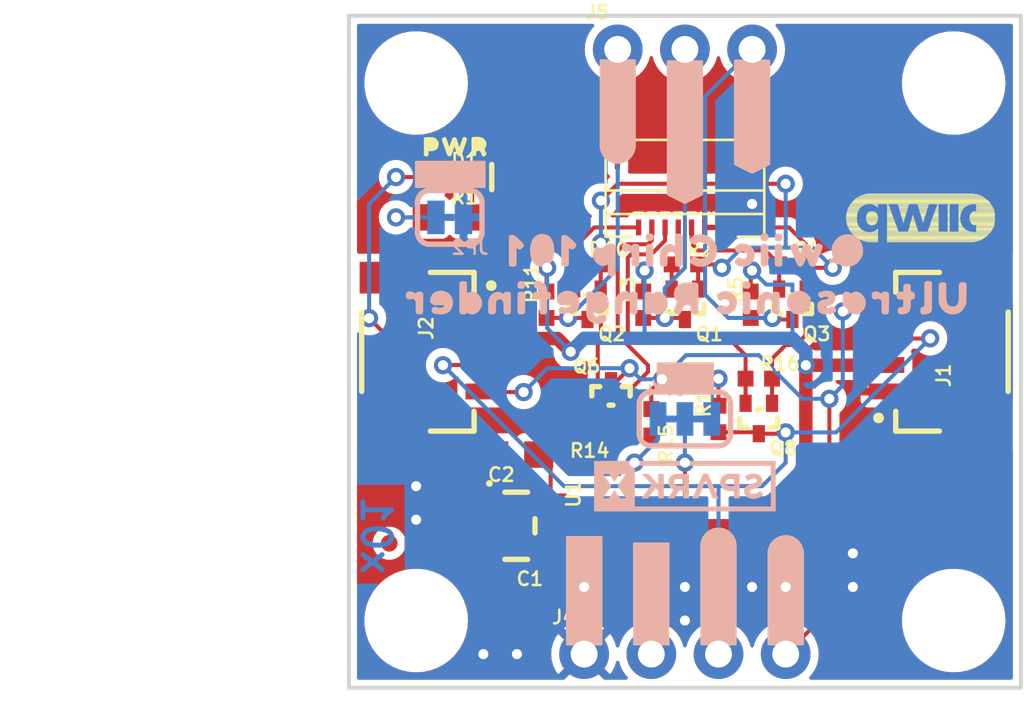
<source format=kicad_pcb>
(kicad_pcb (version 20211014) (generator pcbnew)
  (layers (0 "F.Cu" signal) (31 "B.Cu" signal) (34 "B.Paste" user) (35 "F.Paste" user) (36 "B.SilkS" user "B.Silkscreen") (37 "F.SilkS" user "F.Silkscreen") (38 "B.Mask" user) (39 "F.Mask" user) (44 "Edge.Cuts" user))
  (net 0 "")
  (net 1 "SDA_LO")
  (net 2 "SCL_LO")
  (net 3 "1.8V")
  (net 4 "VIN")
  (net 5 "N$2")
  (net 6 "N$3")
  (net 7 "GND")
  (net 8 "N$1")
  (net 9 "N$4")
  (net 10 "SCL_HI")
  (net 11 "SDA_HI")
  (net 12 "RST_LO")
  (net 13 "PROG_LO")
  (net 14 "INT_LO")
  (net 15 "INT_HI")
  (net 16 "PROG_HI")
  (net 17 "RST_HI")
  (footprint "eagleBoard:0603" (layer "F.Cu") (at 142.0749 114.3508)
    (fp_text reference "C1" (at 0 -0.762) (layer "F.SilkS") (effects (font (size 0.512064 0.512064) (thickness 0.097536)) (justify left)))
    (fp_text value "1.0uF")
    (pad "1" smd rect (at -0.85 0) (size 1.1 1) (layers "F.Cu" "F.Paste" "F.Mask") (net 4 "VIN"))
    (pad "2" smd rect (at 0.85 0) (size 1.1 1) (layers "F.Cu" "F.Paste" "F.Mask") (net 7 "GND"))
  )
  (footprint "eagleBoard:FPC_MOLEX5034800800" (layer "F.Cu") (at 148.5011 98.6536 180)
    (fp_text reference "U$1" hide)
    (fp_text value "MOD-CH101_CONNECTOR" hide)
    (pad "1" smd rect (at -1.75 -1.65 180) (size 0.2 0.6) (layers "F.Cu" "F.Paste" "F.Mask") (net 3 "1.8V"))
    (pad "2" smd rect (at -1.25 -1.65 180) (size 0.2 0.6) (layers "F.Cu" "F.Paste" "F.Mask") (net 7 "GND"))
    (pad "3" smd rect (at -0.75 -1.65 180) (size 0.2 0.6) (layers "F.Cu" "F.Paste" "F.Mask") (net 7 "GND"))
    (pad "4" smd rect (at -0.25 -1.65 180) (size 0.2 0.6) (layers "F.Cu" "F.Paste" "F.Mask") (net 12 "RST_LO"))
    (pad "5" smd rect (at 0.25 -1.65 180) (size 0.2 0.6) (layers "F.Cu" "F.Paste" "F.Mask") (net 13 "PROG_LO"))
    (pad "6" smd rect (at 0.75 -1.65 180) (size 0.2 0.6) (layers "F.Cu" "F.Paste" "F.Mask") (net 1 "SDA_LO"))
    (pad "7" smd rect (at 1.25 -1.65 180) (size 0.2 0.6) (layers "F.Cu" "F.Paste" "F.Mask") (net 2 "SCL_LO"))
    (pad "8" smd rect (at 1.75 -1.65 180) (size 0.2 0.6) (layers "F.Cu" "F.Paste" "F.Mask") (net 14 "INT_LO"))
    (pad "MNT1" smd rect (at -2.55 1 180) (size 0.2 0.9) (layers "F.Cu" "F.Paste" "F.Mask"))
    (pad "MNT2" smd rect (at 2.55 1 180) (size 0.2 0.9) (layers "F.Cu" "F.Paste" "F.Mask"))
  )
  (footprint "eagleBoard:SOT-416FL" (layer "F.Cu") (at 145.7071 106.1466)
    (fp_text reference "Q6" (at -1.5 -0.6) (layer "F.SilkS") (effects (font (size 0.512064 0.512064) (thickness 0.097536)) (justify left)))
    (fp_text value "20V/0.2A/8MHz/1.2Ω/1Vth")
    (pad "1" smd rect (at -0.5 1.1) (size 0.46 0.65) (layers "F.Cu" "F.Paste" "F.Mask") (net 3 "1.8V"))
    (pad "2" smd rect (at 0.5 1.1) (size 0.46 0.65) (layers "F.Cu" "F.Paste" "F.Mask") (net 2 "SCL_LO"))
    (pad "3" smd rect (at 0 -0.05) (size 0.46 0.65) (layers "F.Cu" "F.Paste" "F.Mask") (net 10 "SCL_HI"))
  )
  (footprint "eagleBoard:JST04_1MM_RA" (layer "F.Cu") (at 140.8811 105.0036 -90)
    (fp_text reference "J2" (at -1.397 2.159 90) (layer "F.SilkS") (effects (font (size 0.512064 0.512064) (thickness 0.097536)) (justify right)))
    (fp_text value "QWIIC_RIGHT_ANGLE")
    (pad "1" smd rect (at -1.5 0 270) (size 0.6 1.35) (layers "F.Cu" "F.Paste" "F.Mask") (net 7 "GND"))
    (pad "2" smd rect (at -0.5 0 270) (size 0.6 1.35) (layers "F.Cu" "F.Paste" "F.Mask") (net 4 "VIN"))
    (pad "3" smd rect (at 0.5 0 270) (size 0.6 1.35) (layers "F.Cu" "F.Paste" "F.Mask") (net 11 "SDA_HI"))
    (pad "4" smd rect (at 1.5 0 270) (size 0.6 1.35) (layers "F.Cu" "F.Paste" "F.Mask") (net 10 "SCL_HI"))
    (pad "NC1" smd rect (at 2.8 3.675 270) (size 1.2 2) (layers "F.Cu" "F.Paste" "F.Mask"))
    (pad "NC2" smd rect (at -2.8 3.675 270) (size 1.2 2) (layers "F.Cu" "F.Paste" "F.Mask"))
  )
  (footprint "eagleBoard:0603" (layer "F.Cu") (at 139.6111 99.9236)
    (fp_text reference "R1" (at 0 -0.762) (layer "F.SilkS") (effects (font (size 0.512064 0.512064) (thickness 0.097536)) (justify left)))
    (fp_text value "1k")
    (pad "1" smd rect (at -0.85 0) (size 1.1 1) (layers "F.Cu" "F.Paste" "F.Mask") (net 9 "N$4"))
    (pad "2" smd rect (at 0.85 0) (size 1.1 1) (layers "F.Cu" "F.Paste" "F.Mask") (net 8 "N$1"))
  )
  (footprint "eagleBoard:0402-TIGHT" (layer "F.Cu") (at 152.5651 101.7016)
    (fp_text reference "R4" (at 0 -0.562) (layer "F.SilkS") (effects (font (size 0.512064 0.512064) (thickness 0.097536)) (justify left)))
    (fp_text value "2.2k")
    (pad "1" smd rect (at -0.5 0) (size 0.6 0.6) (layers "F.Cu" "F.Paste" "F.Mask") (net 12 "RST_LO"))
    (pad "2" smd rect (at 0.5 0) (size 0.6 0.6) (layers "F.Cu" "F.Paste" "F.Mask") (net 3 "1.8V"))
  )
  (footprint "eagleBoard:0402-TIGHT" (layer "F.Cu") (at 148.5011 101.7016)
    (fp_text reference "R2" (at 0 -0.562) (layer "F.SilkS") (effects (font (size 0.512064 0.512064) (thickness 0.097536)) (justify left)))
    (fp_text value "2.2k")
    (pad "1" smd rect (at -0.5 0) (size 0.6 0.6) (layers "F.Cu" "F.Paste" "F.Mask") (net 13 "PROG_LO"))
    (pad "2" smd rect (at 0.5 0) (size 0.6 0.6) (layers "F.Cu" "F.Paste" "F.Mask") (net 3 "1.8V"))
  )
  (footprint "eagleBoard:SOT-416FL" (layer "F.Cu") (at 148.5011 103.7336 180)
    (fp_text reference "Q1" (at -1.5 -0.6) (layer "F.SilkS") (effects (font (size 0.512064 0.512064) (thickness 0.097536)) (justify right)))
    (fp_text value "20V/0.2A/8MHz/1.2Ω/1Vth")
    (pad "1" smd rect (at -0.5 1.1 180) (size 0.46 0.65) (layers "F.Cu" "F.Paste" "F.Mask") (net 3 "1.8V"))
    (pad "2" smd rect (at 0.5 1.1 180) (size 0.46 0.65) (layers "F.Cu" "F.Paste" "F.Mask") (net 13 "PROG_LO"))
    (pad "3" smd rect (at 0 -0.05 180) (size 0.46 0.65) (layers "F.Cu" "F.Paste" "F.Mask") (net 16 "PROG_HI"))
  )
  (footprint "eagleBoard:#_GND#0" (layer "F.Cu") (at 144.6911 116.4336 90)
    (fp_text reference "U$4" hide)
    (fp_text value "" hide)
  )
  (footprint "eagleBoard:0402-TIGHT" (layer "F.Cu") (at 145.7071 108.1786 180)
    (fp_text reference "R14" (at 0 -0.562) (layer "F.SilkS") (effects (font (size 0.512064 0.512064) (thickness 0.097536)) (justify right)))
    (fp_text value "2.2k")
    (pad "1" smd rect (at -0.5 0 180) (size 0.6 0.6) (layers "F.Cu" "F.Paste" "F.Mask") (net 2 "SCL_LO"))
    (pad "2" smd rect (at 0.5 0 180) (size 0.6 0.6) (layers "F.Cu" "F.Paste" "F.Mask") (net 3 "1.8V"))
  )
  (footprint "eagleBoard:0402-TIGHT" (layer "F.Cu") (at 143.2687 103.2256 90)
    (fp_text reference "R11" (at 0 -0.562 90) (layer "F.SilkS") (effects (font (size 0.512064 0.512064) (thickness 0.097536)) (justify left)))
    (fp_text value "2.2k")
    (pad "1" smd rect (at -0.5 0 90) (size 0.6 0.6) (layers "F.Cu" "F.Paste" "F.Mask") (net 15 "INT_HI"))
    (pad "2" smd rect (at 0.5 0 90) (size 0.6 0.6) (layers "F.Cu" "F.Paste" "F.Mask") (net 4 "VIN"))
  )
  (footprint "eagleBoard:SOT-416FL" (layer "F.Cu") (at 152.5651 103.7336 180)
    (fp_text reference "Q3" (at -1.5 -0.6) (layer "F.SilkS") (effects (font (size 0.512064 0.512064) (thickness 0.097536)) (justify right)))
    (fp_text value "20V/0.2A/8MHz/1.2Ω/1Vth")
    (pad "1" smd rect (at -0.5 1.1 180) (size 0.46 0.65) (layers "F.Cu" "F.Paste" "F.Mask") (net 3 "1.8V"))
    (pad "2" smd rect (at 0.5 1.1 180) (size 0.46 0.65) (layers "F.Cu" "F.Paste" "F.Mask") (net 12 "RST_LO"))
    (pad "3" smd rect (at 0 -0.05 180) (size 0.46 0.65) (layers "F.Cu" "F.Paste" "F.Mask") (net 17 "RST_HI"))
  )
  (footprint "eagleBoard:#_3V3#1" (layer "F.Cu") (at 147.2311 116.4336 90)
    (fp_text reference "U$3" hide)
    (fp_text value "" hide)
  )
  (footprint "eagleBoard:0603" (layer "F.Cu") (at 142.1257 108.8898 180)
    (fp_text reference "C2" (at 0 -0.762) (layer "F.SilkS") (effects (font (size 0.512064 0.512064) (thickness 0.097536)) (justify right)))
    (fp_text value "1.0uF")
    (pad "1" smd rect (at -0.85 0 180) (size 1.1 1) (layers "F.Cu" "F.Paste" "F.Mask") (net 3 "1.8V"))
    (pad "2" smd rect (at 0.85 0 180) (size 1.1 1) (layers "F.Cu" "F.Paste" "F.Mask") (net 7 "GND"))
  )
  (footprint "eagleBoard:DUMMY" (layer "F.Cu") (at 135.8011 117.7036)
    (fp_text reference "FRAME1" hide)
    (fp_text value "FRAME-LETTERNO_PACKAGE" hide)
  )
  (footprint "eagleBoard:SOT-416FL" (layer "F.Cu") (at 144.8181 103.7336 180)
    (fp_text reference "Q2" (at -1.5 -0.6) (layer "F.SilkS") (effects (font (size 0.512064 0.512064) (thickness 0.097536)) (justify right)))
    (fp_text value "20V/0.2A/8MHz/1.2Ω/1Vth")
    (pad "1" smd rect (at -0.5 1.1 180) (size 0.46 0.65) (layers "F.Cu" "F.Paste" "F.Mask") (net 3 "1.8V"))
    (pad "2" smd rect (at 0.5 1.1 180) (size 0.46 0.65) (layers "F.Cu" "F.Paste" "F.Mask") (net 14 "INT_LO"))
    (pad "3" smd rect (at 0 -0.05 180) (size 0.46 0.65) (layers "F.Cu" "F.Paste" "F.Mask") (net 15 "INT_HI"))
  )
  (footprint "eagleBoard:SOT-416FL" (layer "F.Cu") (at 151.2951 108.0516 180)
    (fp_text reference "Q8" (at -1.5 -0.6) (layer "F.SilkS") (effects (font (size 0.512064 0.512064) (thickness 0.097536)) (justify right)))
    (fp_text value "20V/0.2A/8MHz/1.2Ω/1Vth")
    (pad "1" smd rect (at -0.5 1.1 180) (size 0.46 0.65) (layers "F.Cu" "F.Paste" "F.Mask") (net 3 "1.8V"))
    (pad "2" smd rect (at 0.5 1.1 180) (size 0.46 0.65) (layers "F.Cu" "F.Paste" "F.Mask") (net 1 "SDA_LO"))
    (pad "3" smd rect (at 0 -0.05 180) (size 0.46 0.65) (layers "F.Cu" "F.Paste" "F.Mask") (net 11 "SDA_HI"))
  )
  (footprint "eagleBoard:#_SDA#2" (layer "F.Cu") (at 149.7711 116.4336 90)
    (fp_text reference "U$5" hide)
    (fp_text value "" hide)
  )
  (footprint "eagleBoard:0402-TIGHT" (layer "F.Cu") (at 149.7711 107.5436 90)
    (fp_text reference "R17" (at 0 -0.562 90) (layer "F.SilkS") (effects (font (size 0.512064 0.512064) (thickness 0.097536)) (justify left)))
    (fp_text value "2.2k")
    (pad "1" smd rect (at -0.5 0 90) (size 0.6 0.6) (layers "F.Cu" "F.Paste" "F.Mask") (net 11 "SDA_HI"))
    (pad "2" smd rect (at 0.5 0 90) (size 0.6 0.6) (layers "F.Cu" "F.Paste" "F.Mask") (net 6 "N$3"))
  )
  (footprint "eagleBoard:FIDUCIAL-MICRO" (layer "F.Cu") (at 159.6771 97.7646)
    (fp_text reference "FD2" hide)
    (fp_text value "FIDUCIALUFIDUCIAL" hide)
    (pad "1" smd roundrect (at 0 0) (size 0.635 0.635) (layers "F.Cu" "F.Mask") (roundrect_rratio 0.5))
  )
  (footprint "eagleBoard:QWIIC_COPYRIGHT_SMALL" (layer "F.Cu") (at 157.3911 99.9236)
    (fp_text reference "U$19" hide)
    (fp_text value "" hide)
  )
  (footprint "eagleBoard:FIDUCIAL-MICRO" (layer "F.Cu") (at 137.3251 112.2426)
    (fp_text reference "FD1" hide)
    (fp_text value "FIDUCIALUFIDUCIAL" hide)
    (pad "1" smd roundrect (at 0 0) (size 0.635 0.635) (layers "F.Cu" "F.Mask") (roundrect_rratio 0.5))
  )
  (footprint "eagleBoard:LED-0603" (layer "F.Cu") (at 139.6111 98.3996)
    (fp_text reference "D1" (at 0 -0.635) (layer "F.SilkS") (effects (font (size 0.512064 0.512064) (thickness 0.097536)) (justify left)))
    (fp_text value "RED")
    (pad "A" smd roundrect (at -0.877 0 270) (size 1 1) (layers "F.Cu" "F.Paste" "F.Mask") (roundrect_rratio 0.15) (net 4 "VIN"))
    (pad "C" smd roundrect (at 0.877 0 270) (size 1 1) (layers "F.Cu" "F.Paste" "F.Mask") (roundrect_rratio 0.15) (net 8 "N$1"))
  )
  (footprint "eagleBoard:0402-TIGHT" (layer "F.Cu") (at 150.9903 103.2256 90)
    (fp_text reference "R5" (at 0 -0.562 90) (layer "F.SilkS") (effects (font (size 0.512064 0.512064) (thickness 0.097536)) (justify left)))
    (fp_text value "2.2k")
    (pad "1" smd rect (at -0.5 0 90) (size 0.6 0.6) (layers "F.Cu" "F.Paste" "F.Mask") (net 17 "RST_HI"))
    (pad "2" smd rect (at 0.5 0 90) (size 0.6 0.6) (layers "F.Cu" "F.Paste" "F.Mask") (net 4 "VIN"))
  )
  (footprint "eagleBoard:PWR0" (layer "F.Cu") (at 138.0871 97.2566)
    (fp_text reference "U$20" hide)
    (fp_text value "" hide)
  )
  (footprint "eagleBoard:QWIIC_BOARD_MOUNT_HOLES" (layer "F.Cu") (at 148.5011 105.0036)
    (fp_text reference "U$2" hide)
    (fp_text value "QWIIC_BOARD_OUTLINEH" hide)
    (pad "" np_thru_hole circle (at 10.16 10.16) (size 3.302 3.302) (drill 3.302) (layers *.Cu *.Mask))
    (pad "" np_thru_hole circle (at -10.16 10.16) (size 3.302 3.302) (drill 3.302) (layers *.Cu *.Mask))
    (pad "" np_thru_hole circle (at -10.16 -10.16) (size 3.302 3.302) (drill 3.302) (layers *.Cu *.Mask))
    (pad "" np_thru_hole circle (at 10.16 -10.16) (size 3.302 3.302) (drill 3.302) (layers *.Cu *.Mask))
  )
  (footprint "eagleBoard:#_SCL#3" (layer "F.Cu") (at 152.3111 116.4336 90)
    (fp_text reference "U$6" hide)
    (fp_text value "" hide)
  )
  (footprint "eagleBoard:0402-TIGHT" (layer "F.Cu") (at 147.2311 107.6706 -90)
    (fp_text reference "R15" (at 0 -0.562 90) (layer "F.SilkS") (effects (font (size 0.512064 0.512064) (thickness 0.097536)) (justify right)))
    (fp_text value "2.2k")
    (pad "1" smd rect (at -0.5 0 270) (size 0.6 0.6) (layers "F.Cu" "F.Paste" "F.Mask") (net 10 "SCL_HI"))
    (pad "2" smd rect (at 0.5 0 270) (size 0.6 0.6) (layers "F.Cu" "F.Paste" "F.Mask") (net 5 "N$2"))
  )
  (footprint "eagleBoard:1X04_NO_SILK" (layer "F.Cu") (at 144.6911 116.4336)
    (fp_text reference "J4" (at -1.27 -1.397) (layer "F.SilkS") (effects (font (size 0.512064 0.512064) (thickness 0.097536)) (justify left)))
    (fp_text value "")
    (pad "1" thru_hole circle (at 0 0 90) (size 1.8796 1.8796) (drill 1.016) (layers *.Cu *.Mask) (net 7 "GND"))
    (pad "2" thru_hole circle (at 2.54 0 90) (size 1.8796 1.8796) (drill 1.016) (layers *.Cu *.Mask) (net 4 "VIN"))
    (pad "3" thru_hole circle (at 5.08 0 90) (size 1.8796 1.8796) (drill 1.016) (layers *.Cu *.Mask) (net 11 "SDA_HI"))
    (pad "4" thru_hole circle (at 7.62 0 90) (size 1.8796 1.8796) (drill 1.016) (layers *.Cu *.Mask) (net 10 "SCL_HI"))
  )
  (footprint "eagleBoard:0402-TIGHT" (layer "F.Cu") (at 144.8181 101.7016)
    (fp_text reference "R10" (at 0 -0.562) (layer "F.SilkS") (effects (font (size 0.512064 0.512064) (thickness 0.097536)) (justify left)))
    (fp_text value "2.2k")
    (pad "1" smd rect (at -0.5 0) (size 0.6 0.6) (layers "F.Cu" "F.Paste" "F.Mask") (net 14 "INT_LO"))
    (pad "2" smd rect (at 0.5 0) (size 0.6 0.6) (layers "F.Cu" "F.Paste" "F.Mask") (net 3 "1.8V"))
  )
  (footprint "eagleBoard:SOT23-5" (layer "F.Cu") (at 142.1257 111.5822 -90)
    (fp_text reference "U1" (at -1.778 -2.159 90) (layer "F.SilkS") (effects (font (size 0.512064 0.512064) (thickness 0.097536)) (justify right)))
    (fp_text value "AP2127K-1.8V")
    (pad "1" smd rect (at -0.95 1.3001 270) (size 0.55 1.2) (layers "F.Cu" "F.Paste" "F.Mask") (net 4 "VIN"))
    (pad "2" smd rect (at 0 1.3001 270) (size 0.55 1.2) (layers "F.Cu" "F.Paste" "F.Mask") (net 7 "GND"))
    (pad "3" smd rect (at 0.95 1.3001 270) (size 0.55 1.2) (layers "F.Cu" "F.Paste" "F.Mask") (net 4 "VIN"))
    (pad "4" smd rect (at 0.95 -1.3001 270) (size 0.55 1.2) (layers "F.Cu" "F.Paste" "F.Mask"))
    (pad "5" smd rect (at -0.95 -1.3001 270) (size 0.55 1.2) (layers "F.Cu" "F.Paste" "F.Mask") (net 3 "1.8V"))
  )
  (footprint "eagleBoard:0402-TIGHT" (layer "F.Cu") (at 151.2951 106.0196)
    (fp_text reference "R16" (at 0 -0.562) (layer "F.SilkS") (effects (font (size 0.512064 0.512064) (thickness 0.097536)) (justify left)))
    (fp_text value "2.2k")
    (pad "1" smd rect (at -0.5 0) (size 0.6 0.6) (layers "F.Cu" "F.Paste" "F.Mask") (net 1 "SDA_LO"))
    (pad "2" smd rect (at 0.5 0) (size 0.6 0.6) (layers "F.Cu" "F.Paste" "F.Mask") (net 3 "1.8V"))
  )
  (footprint "eagleBoard:1X03_NO_SILK" (layer "F.Cu") (at 145.9611 93.5736)
    (fp_text reference "J5" (at -1.27 -1.397) (layer "F.SilkS") (effects (font (size 0.512064 0.512064) (thickness 0.097536)) (justify left)))
    (fp_text value "")
    (pad "1" thru_hole circle (at 0 0 90) (size 1.8796 1.8796) (drill 1.016) (layers *.Cu *.Mask) (net 15 "INT_HI"))
    (pad "2" thru_hole circle (at 2.54 0 90) (size 1.8796 1.8796) (drill 1.016) (layers *.Cu *.Mask) (net 16 "PROG_HI"))
    (pad "3" thru_hole circle (at 5.08 0 90) (size 1.8796 1.8796) (drill 1.016) (layers *.Cu *.Mask) (net 17 "RST_HI"))
  )
  (footprint "eagleBoard:0402-TIGHT" (layer "F.Cu") (at 146.9263 103.2256 90)
    (fp_text reference "R3" (at 0 -0.562 90) (layer "F.SilkS") (effects (font (size 0.512064 0.512064) (thickness 0.097536)) (justify left)))
    (fp_text value "2.2k")
    (pad "1" smd rect (at -0.5 0 90) (size 0.6 0.6) (layers "F.Cu" "F.Paste" "F.Mask") (net 16 "PROG_HI"))
    (pad "2" smd rect (at 0.5 0 90) (size 0.6 0.6) (layers "F.Cu" "F.Paste" "F.Mask") (net 4 "VIN"))
  )
  (footprint "eagleBoard:JST04_1MM_RA" (layer "F.Cu") (at 156.1211 105.0036 90)
    (fp_text reference "J1" (at -1.397 2.159 90) (layer "F.SilkS") (effects (font (size 0.512064 0.512064) (thickness 0.097536)) (justify left)))
    (fp_text value "QWIIC_RIGHT_ANGLE")
    (pad "1" smd rect (at -1.5 0 90) (size 0.6 1.35) (layers "F.Cu" "F.Paste" "F.Mask") (net 7 "GND"))
    (pad "2" smd rect (at -0.5 0 90) (size 0.6 1.35) (layers "F.Cu" "F.Paste" "F.Mask") (net 4 "VIN"))
    (pad "3" smd rect (at 0.5 0 90) (size 0.6 1.35) (layers "F.Cu" "F.Paste" "F.Mask") (net 11 "SDA_HI"))
    (pad "4" smd rect (at 1.5 0 90) (size 0.6 1.35) (layers "F.Cu" "F.Paste" "F.Mask") (net 10 "SCL_HI"))
    (pad "NC1" smd rect (at 2.8 3.675 90) (size 1.2 2) (layers "F.Cu" "F.Paste" "F.Mask"))
    (pad "NC2" smd rect (at -2.8 3.675 90) (size 1.2 2) (layers "F.Cu" "F.Paste" "F.Mask"))
  )
  (footprint "eagleBoard:SPARKX-SMALL" (layer "B.Cu") (at 148.5011 110.0836 180)
    (fp_text reference "U$18" hide)
    (fp_text value "" hide)
  )
  (footprint "eagleBoard:#_SCL#3" (layer "B.Cu") (at 152.3111 116.4336 90)
    (fp_text reference "U$11" hide)
    (fp_text value "" hide)
  )
  (footprint "eagleBoard:QWIIC_CHIRP_1017" (layer "B.Cu") (at 156.1211 101.1936 180)
    (fp_text reference "U$7" hide)
    (fp_text value "" hide)
  )
  (footprint "eagleBoard:#_GND#0" (layer "B.Cu") (at 144.6911 116.4336 90)
    (fp_text reference "U$14" hide)
    (fp_text value "" hide)
  )
  (footprint "eagleBoard:ULTRASONIC_RANGEFINDER8" (layer "B.Cu") (at 160.0581 102.997 180)
    (fp_text reference "U$8" hide)
    (fp_text value "" hide)
  )
  (footprint "eagleBoard:#LED#1018" (layer "B.Cu") (at 141.2113 98.298 180)
    (fp_text reference "U$10" hide)
    (fp_text value "" hide)
  )
  (footprint "eagleBoard:#_3V3#1" (layer "B.Cu") (at 147.2311 116.4336 90)
    (fp_text reference "U$13" hide)
    (fp_text value "" hide)
  )
  (footprint "eagleBoard:SMT-JUMPER_2_NC_TRACE_SILK" (layer "B.Cu") (at 139.6111 99.9236)
    (fp_text reference "JP2" (at 0 1.143) (layer "B.SilkS") (effects (font (size 0.512064 0.512064) (thickness 0.097536)) (justify right mirror)))
    (fp_text value "")
    (fp_poly (pts (xy 0.1905 -0.13335) (xy -0.70485 -0.13335) (xy -0.70485 0.13335) (xy 0.1905 0.13335)) (layer "B.Cu") (width 0) (fill solid))
    (pad "1" smd rect (at -0.5207 0) (size 0.6604 1.27) (layers "B.Cu" "B.Mask") (net 9 "N$4"))
    (pad "2" smd rect (at 0.5207 0) (size 0.6604 1.27) (layers "B.Cu" "B.Mask") (net 7 "GND"))
  )
  (footprint "eagleBoard:#PROG_#5" (layer "B.Cu") (at 148.5011 99.4156 90)
    (fp_text reference "U$17" hide)
    (fp_text value "" hide)
  )
  (footprint "eagleBoard:#_SDA#2" (layer "B.Cu") (at 149.7711 116.4336 90)
    (fp_text reference "U$12" hide)
    (fp_text value "" hide)
  )
  (footprint "eagleBoard:#I�C#1019" (layer "B.Cu") (at 149.8473 105.918 180)
    (fp_text reference "U$9" hide)
    (fp_text value "" hide)
  )
  (footprint "eagleBoard:##INT_##0" (layer "B.Cu") (at 145.9611 97.8916 90)
    (fp_text reference "U$15" hide)
    (fp_text value "" hide)
  )
  (footprint "eagleBoard:##RST_##1" (layer "B.Cu") (at 151.0411 98.2726 90)
    (fp_text reference "U$16" hide)
    (fp_text value "" hide)
  )
  (footprint "eagleBoard:SMT-JUMPER_3_2-NC_TRACE_SILK" (layer "B.Cu") (at 148.5011 107.5436 180)
    (fp_text reference "JP4" (at 0 1.143) (layer "B.SilkS") (effects (font (size 0.512064 0.512064) (thickness 0.097536)) (justify left mirror)))
    (fp_text value "I2C PU")
    (fp_poly (pts (xy 0.3048 -0.127) (xy 0.7112 -0.127) (xy 0.7112 0.127) (xy 0.3048 0.127)) (layer "B.Cu") (width 0) (fill solid))
    (fp_poly (pts (xy -0.7112 -0.127) (xy -0.3048 -0.127) (xy -0.3048 0.127) (xy -0.7112 0.127)) (layer "B.Cu") (width 0) (fill solid))
    (pad "1" smd rect (at -1.016 0 180) (size 0.635 1.27) (layers "B.Cu" "B.Mask") (net 6 "N$3"))
    (pad "2" smd rect (at 0 0 180) (size 0.635 1.27) (layers "B.Cu" "B.Mask") (net 4 "VIN"))
    (pad "3" smd rect (at 1.016 0 180) (size 0.635 1.27) (layers "B.Cu" "B.Mask") (net 5 "N$2"))
  )
  (gr_line (start 135.8011 117.7036) (end 161.2011 117.7036) (layer "Edge.Cuts") (width 0.1524))
  (gr_line (start 135.8011 92.3036) (end 135.8011 117.7036) (layer "Edge.Cuts") (width 0.1524))
  (gr_line (start 161.2011 92.3036) (end 135.8011 92.3036) (layer "Edge.Cuts") (width 0.1524))
  (gr_line (start 161.2011 117.7036) (end 161.2011 92.3036) (layer "Edge.Cuts") (width 0.1524))
  (gr_text "x01" (at 137.4521 110.3376 -90) (layer "B.Cu") (effects (font (size 1.0795 1.0795) (thickness 0.1905)) (justify right top mirror)))
  (segment (start 147.7511 100.3036) (end 147.7511 100.8006) (width 0.1524) (layer "F.Cu") (net 1))
  (segment (start 147.7511 100.8006) (end 147.2311 101.3206) (width 0.1524) (layer "F.Cu") (net 1))
  (segment (start 150.1521 104.4956) (end 150.7951 105.1386) (width 0.1524) (layer "F.Cu") (net 1))
  (segment (start 146.5961 104.4956) (end 150.1521 104.4956) (width 0.1524) (layer "F.Cu") (net 1))
  (segment (start 146.3421 104.2416) (end 146.5961 104.4956) (width 0.1524) (layer "F.Cu") (net 1))
  (segment (start 150.7951 105.1386) (end 150.7951 106.0196) (width 0.1524) (layer "F.Cu") (net 1))
  (segment (start 147.2311 101.3206) (end 146.4691 101.3206) (width 0.1524) (layer "F.Cu") (net 1))
  (segment (start 146.4691 101.3206) (end 146.3421 101.4476) (width 0.1524) (layer "F.Cu") (net 1))
  (segment (start 146.3421 101.4476) (end 146.3421 104.2416) (width 0.1524) (layer "F.Cu") (net 1))
  (segment (start 150.7951 106.9516) (end 150.7951 106.0196) (width 0.1524) (layer "F.Cu") (net 1))
  (segment (start 146.2071 107.2466) (end 146.2071 106.6626) (width 0.1524) (layer "F.Cu") (net 2))
  (segment (start 146.2071 107.2466) (end 146.2071 108.1786) (width 0.1524) (layer "F.Cu") (net 2))
  (segment (start 147.1041 105.5116) (end 145.9611 104.3686) (width 0.1524) (layer "F.Cu") (net 2))
  (segment (start 146.2071 106.6626) (end 147.1041 105.7656) (width 0.1524) (layer "F.Cu") (net 2))
  (segment (start 147.1041 105.7656) (end 147.1041 105.5116) (width 0.1524) (layer "F.Cu") (net 2))
  (segment (start 147.1041 100.9396) (end 146.2151 100.9396) (width 0.1524) (layer "F.Cu") (net 2))
  (segment (start 147.2511 100.3036) (end 147.2511 100.7926) (width 0.1524) (layer "F.Cu") (net 2))
  (segment (start 145.9611 104.3686) (end 145.9611 101.1936) (width 0.1524) (layer "F.Cu") (net 2))
  (segment (start 145.9611 101.1936) (end 146.2151 100.9396) (width 0.1524) (layer "F.Cu") (net 2))
  (segment (start 147.2511 100.7926) (end 147.1041 100.9396) (width 0.1524) (layer "F.Cu") (net 2))
  (segment (start 152.6921 104.7496) (end 152.3111 104.7496) (width 0.1524) (layer "F.Cu") (net 3))
  (segment (start 152.4371 100.3036) (end 153.0731 100.9396) (width 0.1524) (layer "F.Cu") (net 3))
  (segment (start 153.0731 100.9396) (end 153.0731 101.6936) (width 0.1524) (layer "F.Cu") (net 3))
  (segment (start 151.7951 106.9516) (end 151.7951 106.0196) (width 0.1524) (layer "F.Cu") (net 3))
  (segment (start 153.0651 102.6336) (end 153.0651 104.3766) (width 0.1524) (layer "F.Cu") (net 3))
  (segment (start 153.0651 102.6336) (end 153.0651 101.7016) (width 0.1524) (layer "F.Cu") (net 3))
  (segment (start 145.2071 107.2466) (end 145.2071 108.1786) (width 0.1524) (layer "F.Cu") (net 3))
  (segment (start 145.3261 104.6226) (end 145.3261 102.6416) (width 0.1524) (layer "F.Cu") (net 3))
  (segment (start 142.9757 108.8898) (end 143.6869 108.1786) (width 0.1524) (layer "F.Cu") (net 3))
  (segment (start 152.3111 98.6536) (end 145.9611 98.6536) (width 0.1524) (layer "F.Cu") (net 3))
  (segment (start 145.2071 107.2466) (end 145.2071 104.7416) (width 0.1524) (layer "F.Cu") (net 3))
  (segment (start 153.1921 101.8286) (end 153.0651 101.7016) (width 0.1524) (layer "F.Cu") (net 3))
  (segment (start 145.3181 102.6336) (end 145.3181 101.7016) (width 0.1524) (layer "F.Cu") (net 3))
  (segment (start 153.0731 101.6936) (end 153.0651 101.7016) (width 0.1524) (layer "F.Cu") (net 3))
  (segment (start 153.0651 104.3766) (end 152.6921 104.7496) (width 0.1524) (layer "F.Cu") (net 3))
  (segment (start 154.0891 101.8286) (end 153.1921 101.8286) (width 0.1524) (layer "F.Cu") (net 3))
  (segment (start 145.3261 102.6416) (end 145.3181 102.6336) (width 0.1524) (layer "F.Cu") (net 3))
  (segment (start 152.3111 104.7496) (end 151.7951 105.2656) (width 0.1524) (layer "F.Cu") (net 3))
  (segment (start 143.6869 108.1786) (end 145.2071 108.1786) (width 0.1524) (layer "F.Cu") (net 3))
  (segment (start 151.7951 105.2656) (end 151.7951 106.0196) (width 0.1524) (layer "F.Cu") (net 3))
  (segment (start 145.3261 99.2886) (end 145.9611 98.6536) (width 0.1524) (layer "F.Cu") (net 3))
  (segment (start 142.9757 108.8898) (end 143.4258 109.3399) (width 0.1524) (layer "F.Cu") (net 3))
  (segment (start 149.0011 102.6336) (end 149.0011 101.7016) (width 0.1524) (layer "F.Cu") (net 3))
  (segment (start 150.2511 100.3036) (end 152.4371 100.3036) (width 0.1524) (layer "F.Cu") (net 3))
  (segment (start 145.3181 100.8968) (end 145.3261 100.8888) (width 0.1524) (layer "F.Cu") (net 3))
  (segment (start 145.3181 101.7016) (end 145.3181 100.8968) (width 0.1524) (layer "F.Cu") (net 3))
  (segment (start 149.0011 101.7016) (end 149.7711 101.7016) (width 0.1524) (layer "F.Cu") (net 3))
  (segment (start 145.2071 104.7416) (end 145.3261 104.6226) (width 0.1524) (layer "F.Cu") (net 3))
  (segment (start 149.7711 101.7016) (end 149.8981 101.8286) (width 0.1524) (layer "F.Cu") (net 3))
  (segment (start 143.4258 109.3399) (end 143.4258 110.6322) (width 0.1524) (layer "F.Cu") (net 3))
  (via (at 145.3261 99.2886) (size 0.6858) (drill 0.381) (layers "F.Cu" "B.Cu") (net 3))
  (via (at 152.3111 98.6536) (size 0.6858) (drill 0.381) (layers "F.Cu" "B.Cu") (net 3))
  (via (at 154.0891 101.8286) (size 0.6858) (drill 0.381) (layers "F.Cu" "B.Cu") (net 3))
  (via (at 145.3261 100.8888) (size 0.6858) (drill 0.381) (layers "F.Cu" "B.Cu") (net 3))
  (via (at 149.8981 101.8286) (size 0.6858) (drill 0.381) (layers "F.Cu" "B.Cu") (net 3))
  (segment (start 149.8981 101.8286) (end 150.6601 101.0666) (width 0.1524) (layer "B.Cu") (net 3))
  (segment (start 153.3271 101.0666) (end 154.0891 101.8286) (width 0.1524) (layer "B.Cu") (net 3))
  (segment (start 145.3261 100.8888) (end 145.3261 99.2886) (width 0.1524) (layer "B.Cu") (net 3))
  (segment (start 153.3271 101.0666) (end 152.3111 101.0666) (width 0.1524) (layer "B.Cu") (net 3))
  (segment (start 152.3111 98.6536) (end 152.3111 101.0666) (width 0.1524) (layer "B.Cu") (net 3))
  (segment (start 152.3111 101.0666) (end 150.6601 101.0666) (width 0.1524) (layer "B.Cu") (net 3))
  (segment (start 153.0731 111.3536) (end 152.8445 111.5822) (width 0.508) (layer "F.Cu") (net 4))
  (segment (start 147.2311 111.5822) (end 142.1511 111.5822) (width 0.508) (layer "F.Cu") (net 4))
  (segment (start 143.2687 101.854) (end 143.2941 101.8286) (width 0.1524) (layer "F.Cu") (net 4))
  (segment (start 150.9903 101.981) (end 150.9903 102.7256) (width 0.1524) (layer "F.Cu") (net 4))
  (segment (start 153.0731 105.5116) (end 153.0731 111.3536) (width 0.508) (layer "F.Cu") (net 4))
  (segment (start 141.8463 110.617) (end 140.8408 110.617) (width 0.1524) (layer "F.Cu") (net 4))
  (segment (start 153.0731 105.5116) (end 156.1131 105.5116) (width 0.508) (layer "F.Cu") (net 4))
  (segment (start 138.7341 98.3996) (end 137.5791 98.3996) (width 0.1524) (layer "F.Cu") (net 4))
  (segment (start 156.1131 105.5116) (end 156.1211 105.5036) (width 0.508) (layer "F.Cu") (net 4))
  (segment (start 142.1511 111.5822) (end 142.1511 110.9218) (width 0.1524) (layer "F.Cu") (net 4))
  (segment (start 140.8256 112.5322) (end 141.7853 112.5322) (width 0.1524) (layer "F.Cu") (net 4))
  (segment (start 150.9903 101.981) (end 151.0411 101.9302) (width 0.1524) (layer "F.Cu") (net 4))
  (segment (start 148.5011 111.5822) (end 147.2311 111.5822) (width 0.508) (layer "F.Cu") (net 4))
  (segment (start 143.2687 101.854) (end 143.2687 102.7256) (width 0.1524) (layer "F.Cu") (net 4))
  (segment (start 140.8408 110.617) (end 140.8256 110.6322) (width 0.1524) (layer "F.Cu") (net 4))
  (segment (start 143.6831 104.5036) (end 144.1831 105.0036) (width 0.508) (layer "F.Cu") (net 4))
  (segment (start 146.9263 101.981) (end 146.9263 102.7256) (width 0.1524) (layer "F.Cu") (net 4))
  (segment (start 140.8811 104.5036) (end 137.3331 104.5036) (width 0.1524) (layer "F.Cu") (net 4))
  (segment (start 140.8811 104.5036) (end 143.6831 104.5036) (width 0.508) (layer "F.Cu") (net 4))
  (segment (start 152.8445 111.5822) (end 148.5011 111.5822) (width 0.508) (layer "F.Cu") (net 4))
  (segment (start 148.5011 109.1946) (end 148.5011 111.5822) (width 0.1524) (layer "F.Cu") (net 4))
  (segment (start 142.1511 112.1664) (end 142.1511 111.5822) (width 0.1524) (layer "F.Cu") (net 4))
  (segment (start 140.8256 113.9515) (end 141.2249 114.3508) (width 0.1524) (layer "F.Cu") (net 4))
  (segment (start 142.1511 110.9218) (end 141.8463 110.617) (width 0.1524) (layer "F.Cu") (net 4))
  (segment (start 147.2311 116.4336) (end 147.2311 111.5822) (width 0.508) (layer "F.Cu") (net 4))
  (segment (start 141.7853 112.5322) (end 142.1511 112.1664) (width 0.1524) (layer "F.Cu") (net 4))
  (segment (start 140.8256 112.5322) (end 140.8256 113.9515) (width 0.1524) (layer "F.Cu") (net 4))
  (segment (start 137.3331 104.5036) (end 136.5631 103.7336) (width 0.1524) (layer "F.Cu") (net 4))
  (segment (start 147.5511 116.1136) (end 147.2311 116.4336) (width 0.1524) (layer "F.Cu") (net 4))
  (segment (start 146.9263 101.981) (end 146.9771 101.9302) (width 0.1524) (layer "F.Cu") (net 4))
  (via (at 143.2941 101.8286) (size 0.6858) (drill 0.381) (layers "F.Cu" "B.Cu") (net 4))
  (via (at 136.5631 103.7336) (size 0.6858) (drill 0.381) (layers "F.Cu" "B.Cu") (net 4))
  (via (at 151.0411 101.9302) (size 0.6858) (drill 0.381) (layers "F.Cu" "B.Cu") (net 4))
  (via (at 144.1831 105.0036) (size 0.6858) (drill 0.381) (layers "F.Cu" "B.Cu") (net 4))
  (via (at 137.5791 98.3996) (size 0.6858) (drill 0.381) (layers "F.Cu" "B.Cu") (net 4))
  (via (at 148.5011 109.1946) (size 0.6858) (drill 0.381) (layers "F.Cu" "B.Cu") (net 4))
  (via (at 146.9771 101.9302) (size 0.6858) (drill 0.381) (layers "F.Cu" "B.Cu") (net 4))
  (via (at 153.0731 105.5116) (size 0.6858) (drill 0.381) (layers "F.Cu" "B.Cu") (net 4))
  (segment (start 146.9771 104.4956) (end 152.5651 104.4956) (width 0.508) (layer "B.Cu") (net 4))
  (segment (start 151.0411 101.9302) (end 151.5745 102.4636) (width 0.1524) (layer "B.Cu") (net 4))
  (segment (start 143.2941 104.1146) (end 144.1831 105.0036) (width 0.1524) (layer "B.Cu") (net 4))
  (segment (start 136.5631 103.7336) (end 136.5631 99.4156) (width 0.1524) (layer "B.Cu") (net 4))
  (segment (start 152.5651 102.4636) (end 152.5651 104.4956) (width 0.1524) (layer "B.Cu") (net 4))
  (segment (start 146.9771 104.4956) (end 144.6911 104.4956) (width 0.508) (layer "B.Cu") (net 4))
  (segment (start 148.5011 107.5436) (end 148.5011 109.1946) (width 0.1524) (layer "B.Cu") (net 4))
  (segment (start 153.0731 105.0036) (end 152.5651 104.4956) (width 0.508) (layer "B.Cu") (net 4))
  (segment (start 153.0731 105.0036) (end 153.0731 105.5116) (width 0.508) (layer "B.Cu") (net 4))
  (segment (start 136.5631 99.4156) (end 137.5791 98.3996) (width 0.1524) (layer "B.Cu") (net 4))
  (segment (start 151.5745 102.4636) (end 152.5651 102.4636) (width 0.1524) (layer "B.Cu") (net 4))
  (segment (start 144.1831 105.0036) (end 144.6911 104.4956) (width 0.508) (layer "B.Cu") (net 4))
  (segment (start 143.2941 101.8286) (end 143.2941 104.1146) (width 0.1524) (layer "B.Cu") (net 4))
  (segment (start 146.9771 104.4956) (end 146.9771 101.9302) (width 0.1524) (layer "B.Cu") (net 4))
  (segment (start 147.2311 108.1706) (end 147.2311 108.5596) (width 0.1524) (layer "F.Cu") (net 5))
  (segment (start 147.2311 108.5596) (end 146.5961 109.1946) (width 0.1524) (layer "F.Cu") (net 5))
  (via (at 146.5961 109.1946) (size 0.6858) (drill 0.381) (layers "F.Cu" "B.Cu") (net 5))
  (segment (start 146.5961 109.1946) (end 147.4851 108.3056) (width 0.1524) (layer "B.Cu") (net 5))
  (segment (start 147.4851 108.3056) (end 147.4851 107.5436) (width 0.1524) (layer "B.Cu") (net 5))
  (segment (start 149.7711 107.0436) (end 149.7711 106.0196) (width 0.1524) (layer "F.Cu") (net 6))
  (via (at 149.7711 106.0196) (size 0.6858) (drill 0.381) (layers "F.Cu" "B.Cu") (net 6))
  (segment (start 149.5171 106.2736) (end 149.5171 107.5436) (width 0.1524) (layer "B.Cu") (net 6))
  (segment (start 149.7711 106.0196) (end 149.5171 106.2736) (width 0.1524) (layer "B.Cu") (net 6))
  (segment (start 149.7511 99.6896) (end 149.7711 99.6696) (width 0.1524) (layer "F.Cu") (net 7))
  (segment (start 149.2511 100.3036) (end 149.2511 99.6308) (width 0.1524) (layer "F.Cu") (net 7))
  (segment (start 149.7511 100.3036) (end 149.7511 99.6896) (width 0.1524) (layer "F.Cu") (net 7))
  (via (at 138.3411 111.3536) (size 0.6858) (drill 0.381) (layers "F.Cu" "B.Cu") (net 7))
  (via (at 144.6911 113.8936) (size 0.6858) (drill 0.381) (layers "F.Cu" "B.Cu") (net 7))
  (via (at 151.0411 113.8936) (size 0.6858) (drill 0.381) (layers "F.Cu" "B.Cu") (net 7))
  (via (at 140.8811 116.4336) (size 0.6858) (drill 0.381) (layers "F.Cu" "B.Cu") (net 7))
  (via (at 138.3411 110.0836) (size 0.6858) (drill 0.381) (layers "F.Cu" "B.Cu") (net 7))
  (via (at 152.3111 113.8936) (size 0.6858) (drill 0.381) (layers "F.Cu" "B.Cu") (net 7))
  (via (at 142.1511 116.4336) (size 0.6858) (drill 0.381) (layers "F.Cu" "B.Cu") (net 7))
  (via (at 151.0411 99.4156) (size 0.6858) (drill 0.381) (layers "F.Cu" "B.Cu") (net 7))
  (via (at 154.8511 112.6236) (size 0.6858) (drill 0.381) (layers "F.Cu" "B.Cu") (net 7))
  (via (at 148.5011 115.1636) (size 0.6858) (drill 0.381) (layers "F.Cu" "B.Cu") (net 7))
  (via (at 148.5011 113.8936) (size 0.6858) (drill 0.381) (layers "F.Cu" "B.Cu") (net 7))
  (via (at 154.8511 113.8936) (size 0.6858) (drill 0.381) (layers "F.Cu" "B.Cu") (net 7))
  (segment (start 140.4611 99.9236) (end 140.4611 98.4266) (width 0.1524) (layer "F.Cu") (net 8))
  (segment (start 140.4611 98.4266) (end 140.4881 98.3996) (width 0.1524) (layer "F.Cu") (net 8))
  (segment (start 138.7611 99.9236) (end 137.5791 99.9236) (width 0.1524) (layer "F.Cu") (net 9))
  (via (at 137.5791 99.9236) (size 0.6858) (drill 0.381) (layers "F.Cu" "B.Cu") (net 9))
  (segment (start 137.5791 99.9236) (end 139.0904 99.9236) (width 0.1524) (layer "B.Cu") (net 9))
  (segment (start 153.9621 106.7816) (end 153.9621 114.7826) (width 0.1524) (layer "F.Cu") (net 10))
  (segment (start 153.9621 114.7826) (end 152.3111 116.4336) (width 0.1524) (layer "F.Cu") (net 10))
  (segment (start 154.4701 103.4796) (end 156.0971 103.4796) (width 0.1524) (layer "F.Cu") (net 10))
  (segment (start 145.939475 106.0966) (end 146.410175 105.6259) (width 0.1524) (layer "F.Cu") (net 10))
  (segment (start 156.0971 103.4796) (end 156.1211 103.5036) (width 0.1524) (layer "F.Cu") (net 10))
  (segment (start 140.9051 106.5276) (end 140.8811 106.5036) (width 0.1524) (layer "F.Cu") (net 10))
  (segment (start 142.4051 106.5276) (end 140.9051 106.5276) (width 0.1524) (layer "F.Cu") (net 10))
  (segment (start 145.7071 106.0966) (end 145.939475 106.0966) (width 0.1524) (layer "F.Cu") (net 10))
  (segment (start 147.2311 106.446825) (end 147.635212 106.042713) (width 0.1524) (layer "F.Cu") (net 10))
  (segment (start 147.2311 107.1706) (end 147.2311 106.446825) (width 0.1524) (layer "F.Cu") (net 10))
  (via (at 154.4701 103.4796) (size 0.6858) (drill 0.381) (layers "F.Cu" "B.Cu") (net 10))
  (via (at 147.635212 106.042713) (size 0.6858) (drill 0.381) (layers "F.Cu" "B.Cu") (net 10))
  (via (at 146.410175 105.6259) (size 0.6858) (drill 0.381) (layers "F.Cu" "B.Cu") (net 10))
  (via (at 153.9621 106.7816) (size 0.6858) (drill 0.381) (layers "F.Cu" "B.Cu") (net 10))
  (via (at 142.4051 106.5276) (size 0.6858) (drill 0.381) (layers "F.Cu" "B.Cu") (net 10))
  (segment (start 147.635212 106.042713) (end 146.826987 106.042713) (width 0.1524) (layer "B.Cu") (net 10))
  (segment (start 152.9461 106.7816) (end 153.9621 106.7816) (width 0.1524) (layer "B.Cu") (net 10))
  (segment (start 154.4701 103.4796) (end 154.4701 106.2736) (width 0.1524) (layer "B.Cu") (net 10))
  (segment (start 148.547325 105.1306) (end 151.2951 105.1306) (width 0.1524) (layer "B.Cu") (net 10))
  (segment (start 147.635212 106.042713) (end 148.547325 105.1306) (width 0.1524) (layer "B.Cu") (net 10))
  (segment (start 146.826987 106.042713) (end 146.410175 105.6259) (width 0.1524) (layer "B.Cu") (net 10))
  (segment (start 146.410175 105.6259) (end 143.3068 105.6259) (width 0.1524) (layer "B.Cu") (net 10))
  (segment (start 143.3068 105.6259) (end 142.4051 106.5276) (width 0.1524) (layer "B.Cu") (net 10))
  (segment (start 154.4701 106.2736) (end 153.9621 106.7816) (width 0.1524) (layer "B.Cu") (net 10))
  (segment (start 151.2951 105.1306) (end 152.9461 106.7816) (width 0.1524) (layer "B.Cu") (net 10))
  (segment (start 151.2951 108.1016) (end 152.2611 108.1016) (width 0.1524) (layer "F.Cu") (net 11))
  (segment (start 139.3651 105.5036) (end 139.3571 105.5116) (width 0.1524) (layer "F.Cu") (net 11))
  (segment (start 157.7641 104.5036) (end 156.1211 104.5036) (width 0.1524) (layer "F.Cu") (net 11))
  (segment (start 151.2371 108.0436) (end 151.2951 108.1016) (width 0.1524) (layer "F.Cu") (net 11))
  (segment (start 152.2611 108.1016) (end 152.3111 108.0516) (width 0.1524) (layer "F.Cu") (net 11))
  (segment (start 157.7721 104.4956) (end 157.7641 104.5036) (width 0.1524) (layer "F.Cu") (net 11))
  (segment (start 140.8811 105.5036) (end 139.3651 105.5036) (width 0.1524) (layer "F.Cu") (net 11))
  (segment (start 149.7711 108.0436) (end 151.2371 108.0436) (width 0.1524) (layer "F.Cu") (net 11))
  (via (at 157.7721 104.4956) (size 0.6858) (drill 0.381) (layers "F.Cu" "B.Cu") (net 11))
  (via (at 152.3111 108.0516) (size 0.6858) (drill 0.381) (layers "F.Cu" "B.Cu") (net 11))
  (via (at 139.3571 105.5116) (size 0.6858) (drill 0.381) (layers "F.Cu" "B.Cu") (net 11))
  (segment (start 149.7711 116.4336) (end 149.7711 110.0836) (width 0.1524) (layer "B.Cu") (net 11))
  (segment (start 139.3571 105.5116) (end 143.9291 110.0836) (width 0.1524) (layer "B.Cu") (net 11))
  (segment (start 152.3111 108.0516) (end 154.2161 108.0516) (width 0.1524) (layer "B.Cu") (net 11))
  (segment (start 149.7711 110.0836) (end 151.4221 110.0836) (width 0.1524) (layer "B.Cu") (net 11))
  (segment (start 152.3111 109.1946) (end 152.3111 108.0516) (width 0.1524) (layer "B.Cu") (net 11))
  (segment (start 151.4221 110.0836) (end 152.3111 109.1946) (width 0.1524) (layer "B.Cu") (net 11))
  (segment (start 154.2161 108.0516) (end 157.7721 104.4956) (width 0.1524) (layer "B.Cu") (net 11))
  (segment (start 143.9291 110.0836) (end 149.7711 110.0836) (width 0.1524) (layer "B.Cu") (net 11))
  (segment (start 148.7511 100.915) (end 149.0091 101.173) (width 0.1524) (layer "F.Cu") (net 12))
  (segment (start 148.7511 100.3036) (end 148.7511 100.915) (width 0.1524) (layer "F.Cu") (net 12))
  (segment (start 149.0091 101.173) (end 151.5365 101.173) (width 0.1524) (layer "F.Cu") (net 12))
  (segment (start 151.5365 101.173) (end 152.0651 101.7016) (width 0.1524) (layer "F.Cu") (net 12))
  (segment (start 152.0651 102.6336) (end 152.0651 101.7016) (width 0.1524) (layer "F.Cu") (net 12))
  (segment (start 148.0011 102.6336) (end 148.0011 101.7016) (width 0.1524) (layer "F.Cu") (net 13))
  (segment (start 148.2511 100.3036) (end 148.2511 101.4516) (width 0.1524) (layer "F.Cu") (net 13))
  (segment (start 148.2511 101.4516) (end 148.0011 101.7016) (width 0.1524) (layer "F.Cu") (net 13))
  (segment (start 144.3181 102.6336) (end 144.3181 101.7016) (width 0.1524) (layer "F.Cu") (net 14))
  (segment (start 144.3181 101.7016) (end 144.3181 101.0586) (width 0.1524) (layer "F.Cu") (net 14))
  (segment (start 145.0731 100.3036) (end 146.7511 100.3036) (width 0.1524) (layer "F.Cu") (net 14))
  (segment (start 144.3181 101.0586) (end 145.0731 100.3036) (width 0.1524) (layer "F.Cu") (net 14))
  (segment (start 144.7601 103.7256) (end 144.0815 103.7256) (width 0.1524) (layer "F.Cu") (net 15))
  (segment (start 144.8181 103.7836) (end 144.7601 103.7256) (width 0.1524) (layer "F.Cu") (net 15))
  (segment (start 143.2687 103.7256) (end 144.0815 103.7256) (width 0.1524) (layer "F.Cu") (net 15))
  (via (at 144.0815 103.7256) (size 0.6858) (drill 0.381) (layers "F.Cu" "B.Cu") (net 15))
  (segment (start 144.0815 103.7256) (end 145.9611 101.846) (width 0.1524) (layer "B.Cu") (net 15))
  (segment (start 145.9611 101.846) (end 145.9611 93.5736) (width 0.1524) (layer "B.Cu") (net 15))
  (segment (start 148.5011 103.7836) (end 148.4431 103.7256) (width 0.1524) (layer "F.Cu") (net 16))
  (segment (start 146.9263 103.7256) (end 147.7391 103.7256) (width 0.1524) (layer "F.Cu") (net 16))
  (segment (start 148.4431 103.7256) (end 147.7391 103.7256) (width 0.1524) (layer "F.Cu") (net 16))
  (via (at 147.7391 103.7256) (size 0.6858) (drill 0.381) (layers "F.Cu" "B.Cu") (net 16))
  (segment (start 147.7391 102.5906) (end 148.5011 101.8286) (width 0.1524) (layer "B.Cu") (net 16))
  (segment (start 148.5011 101.8286) (end 148.5011 93.5736) (width 0.1524) (layer "B.Cu") (net 16))
  (segment (start 147.7391 103.7256) (end 147.7391 102.5906) (width 0.1524) (layer "B.Cu") (net 16))
  (segment (start 151.8611 103.7836) (end 151.8031 103.7256) (width 0.1524) (layer "F.Cu") (net 17))
  (segment (start 151.8031 103.7256) (end 150.9903 103.7256) (width 0.1524) (layer "F.Cu") (net 17))
  (segment (start 152.5651 103.7836) (end 151.8611 103.7836) (width 0.1524) (layer "F.Cu") (net 17))
  (via (at 151.8031 103.7256) (size 0.6858) (drill 0.381) (layers "F.Cu" "B.Cu") (net 17))
  (segment (start 150.1441 103.7256) (end 149.2631 102.8446) (width 0.1524) (layer "B.Cu") (net 17))
  (segment (start 149.2631 95.3516) (end 151.0411 93.5736) (width 0.1524) (layer "B.Cu") (net 17))
  (segment (start 151.8031 103.7256) (end 150.1441 103.7256) (width 0.1524) (layer "B.Cu") (net 17))
  (segment (start 149.2631 102.8446) (end 149.2631 95.3516) (width 0.1524) (layer "B.Cu") (net 17))
  (zone (net 7) (net_name "GND") (layer "F.Cu") (priority 6) (connect_pads (clearance 0.3048)) (min_thickness 0.127) (fill yes (thermal_gap 0.304) (thermal_bridge_width 0.304))
    (polygon (pts (xy 161.3281 117.8306) (xy 135.6741 117.8306) (xy 135.6741 92.1766) (xy 161.3281 92.1766)))
  )
  (zone (net 7) (net_name "GND") (layer "B.Cu") (priority 6) (connect_pads (clearance 0.3048)) (min_thickness 0.127) (fill yes (thermal_gap 0.304) (thermal_bridge_width 0.304))
    (polygon (pts (xy 161.3281 117.8306) (xy 135.6741 117.8306) (xy 135.6741 92.1766) (xy 161.3281 92.1766)))
  )
)
</source>
